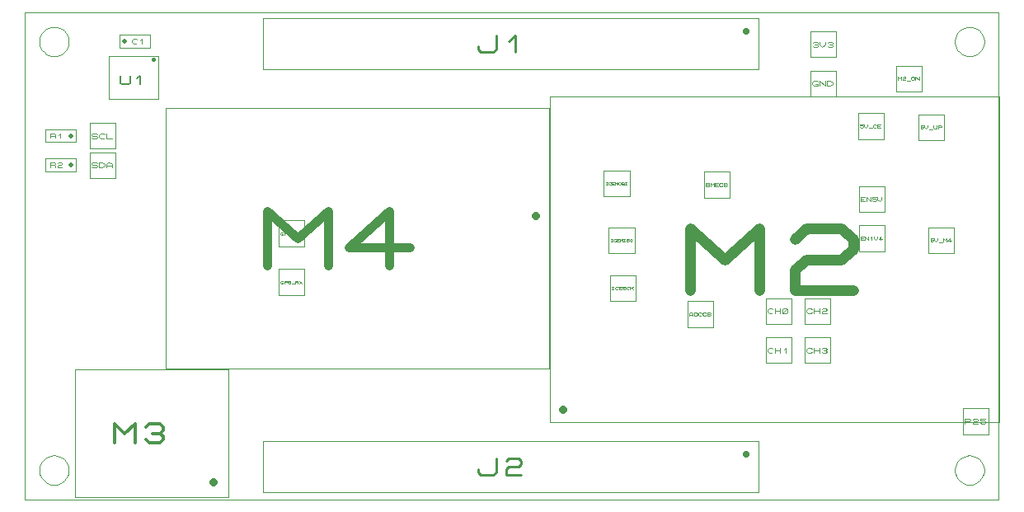
<source format=gbr>
G04 PROTEUS GERBER X2 FILE*
%TF.GenerationSoftware,Labcenter,Proteus,8.16-SP3-Build36097*%
%TF.CreationDate,2025-11-07T09:34:26+00:00*%
%TF.FileFunction,AssemblyDrawing,Top*%
%TF.FilePolarity,Positive*%
%TF.Part,Single*%
%TF.SameCoordinates,{86f2edb6-a998-41b4-a695-59585592bfa3}*%
%FSLAX45Y45*%
%MOMM*%
G01*
%TA.AperFunction,Profile*%
%ADD20C,0.101600*%
%TA.AperFunction,Material*%
%ADD72C,0.101600*%
%ADD62C,0.812800*%
%ADD63C,0.930620*%
%ADD64C,0.508000*%
%ADD65C,0.076200*%
%ADD66C,0.440000*%
%ADD67C,0.150100*%
%ADD68C,0.084660*%
%ADD69C,0.050800*%
%ADD73C,0.063500*%
%ADD74C,0.036280*%
%ADD75C,0.042330*%
%ADD76C,0.317200*%
%ADD77C,0.711200*%
%ADD78C,0.284480*%
%ADD79C,1.063690*%
%TD.AperFunction*%
D20*
X-5528000Y-2391260D02*
X+4472000Y-2391260D01*
X+4472000Y+2608740D01*
X-5528000Y+2608740D01*
X-5528000Y-2391260D01*
X+4322000Y+2308740D02*
X+4321498Y+2320998D01*
X+4317422Y+2345515D01*
X+4308906Y+2370032D01*
X+4295032Y+2394549D01*
X+4273806Y+2418901D01*
X+4249289Y+2437295D01*
X+4224772Y+2449151D01*
X+4200255Y+2456055D01*
X+4175738Y+2458693D01*
X+4172000Y+2458740D01*
X+4022000Y+2308740D02*
X+4022502Y+2320998D01*
X+4026578Y+2345515D01*
X+4035094Y+2370032D01*
X+4048968Y+2394549D01*
X+4070194Y+2418901D01*
X+4094711Y+2437295D01*
X+4119228Y+2449151D01*
X+4143745Y+2456055D01*
X+4168262Y+2458693D01*
X+4172000Y+2458740D01*
X+4022000Y+2308740D02*
X+4022502Y+2296482D01*
X+4026578Y+2271965D01*
X+4035094Y+2247448D01*
X+4048968Y+2222931D01*
X+4070194Y+2198579D01*
X+4094711Y+2180185D01*
X+4119228Y+2168329D01*
X+4143745Y+2161425D01*
X+4168262Y+2158787D01*
X+4172000Y+2158740D01*
X+4322000Y+2308740D02*
X+4321498Y+2296482D01*
X+4317422Y+2271965D01*
X+4308906Y+2247448D01*
X+4295032Y+2222931D01*
X+4273806Y+2198579D01*
X+4249289Y+2180185D01*
X+4224772Y+2168329D01*
X+4200255Y+2161425D01*
X+4175738Y+2158787D01*
X+4172000Y+2158740D01*
X+4322000Y-2091260D02*
X+4321498Y-2079002D01*
X+4317422Y-2054485D01*
X+4308906Y-2029968D01*
X+4295032Y-2005451D01*
X+4273806Y-1981099D01*
X+4249289Y-1962705D01*
X+4224772Y-1950849D01*
X+4200255Y-1943945D01*
X+4175738Y-1941307D01*
X+4172000Y-1941260D01*
X+4022000Y-2091260D02*
X+4022502Y-2079002D01*
X+4026578Y-2054485D01*
X+4035094Y-2029968D01*
X+4048968Y-2005451D01*
X+4070194Y-1981099D01*
X+4094711Y-1962705D01*
X+4119228Y-1950849D01*
X+4143745Y-1943945D01*
X+4168262Y-1941307D01*
X+4172000Y-1941260D01*
X+4022000Y-2091260D02*
X+4022502Y-2103518D01*
X+4026578Y-2128035D01*
X+4035094Y-2152552D01*
X+4048968Y-2177069D01*
X+4070194Y-2201421D01*
X+4094711Y-2219815D01*
X+4119228Y-2231671D01*
X+4143745Y-2238575D01*
X+4168262Y-2241213D01*
X+4172000Y-2241260D01*
X+4322000Y-2091260D02*
X+4321498Y-2103518D01*
X+4317422Y-2128035D01*
X+4308906Y-2152552D01*
X+4295032Y-2177069D01*
X+4273806Y-2201421D01*
X+4249289Y-2219815D01*
X+4224772Y-2231671D01*
X+4200255Y-2238575D01*
X+4175738Y-2241213D01*
X+4172000Y-2241260D01*
X-5078000Y-2091260D02*
X-5078502Y-2079002D01*
X-5082578Y-2054485D01*
X-5091094Y-2029968D01*
X-5104968Y-2005451D01*
X-5126194Y-1981099D01*
X-5150711Y-1962705D01*
X-5175228Y-1950849D01*
X-5199745Y-1943945D01*
X-5224262Y-1941307D01*
X-5228000Y-1941260D01*
X-5378000Y-2091260D02*
X-5377498Y-2079002D01*
X-5373422Y-2054485D01*
X-5364906Y-2029968D01*
X-5351032Y-2005451D01*
X-5329806Y-1981099D01*
X-5305289Y-1962705D01*
X-5280772Y-1950849D01*
X-5256255Y-1943945D01*
X-5231738Y-1941307D01*
X-5228000Y-1941260D01*
X-5378000Y-2091260D02*
X-5377498Y-2103518D01*
X-5373422Y-2128035D01*
X-5364906Y-2152552D01*
X-5351032Y-2177069D01*
X-5329806Y-2201421D01*
X-5305289Y-2219815D01*
X-5280772Y-2231671D01*
X-5256255Y-2238575D01*
X-5231738Y-2241213D01*
X-5228000Y-2241260D01*
X-5078000Y-2091260D02*
X-5078502Y-2103518D01*
X-5082578Y-2128035D01*
X-5091094Y-2152552D01*
X-5104968Y-2177069D01*
X-5126194Y-2201421D01*
X-5150711Y-2219815D01*
X-5175228Y-2231671D01*
X-5199745Y-2238575D01*
X-5224262Y-2241213D01*
X-5228000Y-2241260D01*
X-5078000Y+2308740D02*
X-5078502Y+2320998D01*
X-5082578Y+2345515D01*
X-5091094Y+2370032D01*
X-5104968Y+2394549D01*
X-5126194Y+2418901D01*
X-5150711Y+2437295D01*
X-5175228Y+2449151D01*
X-5199745Y+2456055D01*
X-5224262Y+2458693D01*
X-5228000Y+2458740D01*
X-5378000Y+2308740D02*
X-5377498Y+2320998D01*
X-5373422Y+2345515D01*
X-5364906Y+2370032D01*
X-5351032Y+2394549D01*
X-5329806Y+2418901D01*
X-5305289Y+2437295D01*
X-5280772Y+2449151D01*
X-5256255Y+2456055D01*
X-5231738Y+2458693D01*
X-5228000Y+2458740D01*
X-5378000Y+2308740D02*
X-5377498Y+2296482D01*
X-5373422Y+2271965D01*
X-5364906Y+2247448D01*
X-5351032Y+2222931D01*
X-5329806Y+2198579D01*
X-5305289Y+2180185D01*
X-5280772Y+2168329D01*
X-5256255Y+2161425D01*
X-5231738Y+2158787D01*
X-5228000Y+2158740D01*
X-5078000Y+2308740D02*
X-5078502Y+2296482D01*
X-5082578Y+2271965D01*
X-5091094Y+2247448D01*
X-5104968Y+2222931D01*
X-5126194Y+2198579D01*
X-5150711Y+2180185D01*
X-5175228Y+2168329D01*
X-5199745Y+2161425D01*
X-5224262Y+2158787D01*
X-5228000Y+2158740D01*
D72*
X-4085080Y-1045080D02*
X-147920Y-1045080D01*
X-147920Y+1625080D01*
X-4085080Y+1625080D01*
X-4085080Y-1045080D01*
D62*
X-280000Y+520000D02*
X-280000Y+520000D01*
D63*
X-3040423Y+10812D02*
X-3040423Y+569187D01*
X-2726337Y+290000D01*
X-2412251Y+569187D01*
X-2412251Y+10812D01*
X-1574688Y+196937D02*
X-2202860Y+196937D01*
X-1784079Y+569187D01*
X-1784079Y+10812D01*
D72*
X-5320800Y+1276500D02*
X-5005840Y+1276500D01*
X-5005840Y+1408580D01*
X-5320800Y+1408580D01*
X-5320800Y+1276500D01*
D64*
X-5056640Y+1340000D02*
X-5056640Y+1340000D01*
D65*
X-5270000Y+1319680D02*
X-5270000Y+1365400D01*
X-5227138Y+1365400D01*
X-5218565Y+1357780D01*
X-5218565Y+1350160D01*
X-5227138Y+1342540D01*
X-5270000Y+1342540D01*
X-5227138Y+1342540D02*
X-5218565Y+1334920D01*
X-5218565Y+1319680D01*
X-5184275Y+1350160D02*
X-5167130Y+1365400D01*
X-5167130Y+1319680D01*
D72*
X-5320800Y+976500D02*
X-5005840Y+976500D01*
X-5005840Y+1108580D01*
X-5320800Y+1108580D01*
X-5320800Y+976500D01*
D64*
X-5056640Y+1040000D02*
X-5056640Y+1040000D01*
D65*
X-5270000Y+1019680D02*
X-5270000Y+1065400D01*
X-5227138Y+1065400D01*
X-5218565Y+1057780D01*
X-5218565Y+1050160D01*
X-5227138Y+1042540D01*
X-5270000Y+1042540D01*
X-5227138Y+1042540D02*
X-5218565Y+1034920D01*
X-5218565Y+1019680D01*
X-5192848Y+1057780D02*
X-5184275Y+1065400D01*
X-5158558Y+1065400D01*
X-5149985Y+1057780D01*
X-5149985Y+1050160D01*
X-5158558Y+1042540D01*
X-5184275Y+1042540D01*
X-5192848Y+1034920D01*
X-5192848Y+1019680D01*
X-5149985Y+1019680D01*
D72*
X-4559160Y+2246420D02*
X-4244200Y+2246420D01*
X-4244200Y+2378500D01*
X-4559160Y+2378500D01*
X-4559160Y+2246420D01*
D64*
X-4508360Y+2315000D02*
X-4508360Y+2315000D01*
D65*
X-4380725Y+2297220D02*
X-4389298Y+2289600D01*
X-4415015Y+2289600D01*
X-4432160Y+2304840D01*
X-4432160Y+2320080D01*
X-4415015Y+2335320D01*
X-4389298Y+2335320D01*
X-4380725Y+2327700D01*
X-4346435Y+2320080D02*
X-4329290Y+2335320D01*
X-4329290Y+2289600D01*
D72*
X-4665000Y+1720000D02*
X-4155000Y+1720000D01*
X-4155000Y+2160000D01*
X-4665000Y+2160000D01*
X-4665000Y+1720000D01*
D66*
X-4210000Y+2130000D02*
X-4210000Y+2130000D01*
D67*
X-4545090Y+1959030D02*
X-4545090Y+1883980D01*
X-4528204Y+1868970D01*
X-4460659Y+1868970D01*
X-4443773Y+1883980D01*
X-4443773Y+1959030D01*
X-4376228Y+1929010D02*
X-4342455Y+1959030D01*
X-4342455Y+1868970D01*
D72*
X+2537920Y+2147920D02*
X+2802080Y+2147920D01*
X+2802080Y+2412080D01*
X+2537920Y+2412080D01*
X+2537920Y+2147920D01*
D68*
X+2565226Y+2296933D02*
X+2574751Y+2305399D01*
X+2603326Y+2305399D01*
X+2612851Y+2296933D01*
X+2612851Y+2288466D01*
X+2603326Y+2280000D01*
X+2612851Y+2271533D01*
X+2612851Y+2263066D01*
X+2603326Y+2254600D01*
X+2574751Y+2254600D01*
X+2565226Y+2263066D01*
X+2584276Y+2280000D02*
X+2603326Y+2280000D01*
X+2631901Y+2305399D02*
X+2631901Y+2280000D01*
X+2660475Y+2254600D01*
X+2689050Y+2280000D01*
X+2689050Y+2305399D01*
X+2717624Y+2296933D02*
X+2727149Y+2305399D01*
X+2755724Y+2305399D01*
X+2765249Y+2296933D01*
X+2765249Y+2288466D01*
X+2755724Y+2280000D01*
X+2765249Y+2271533D01*
X+2765249Y+2263066D01*
X+2755724Y+2254600D01*
X+2727149Y+2254600D01*
X+2717624Y+2263066D01*
X+2736674Y+2280000D02*
X+2755724Y+2280000D01*
D72*
X+2537920Y+1747920D02*
X+2802080Y+1747920D01*
X+2802080Y+2012080D01*
X+2537920Y+2012080D01*
X+2537920Y+1747920D01*
D68*
X+2593801Y+1871533D02*
X+2612851Y+1871533D01*
X+2612851Y+1854600D01*
X+2574751Y+1854600D01*
X+2555702Y+1871533D01*
X+2555702Y+1888466D01*
X+2574751Y+1905399D01*
X+2603326Y+1905399D01*
X+2612851Y+1896933D01*
X+2631901Y+1854600D02*
X+2631901Y+1905399D01*
X+2689050Y+1854600D01*
X+2689050Y+1905399D01*
X+2708100Y+1854600D02*
X+2708100Y+1905399D01*
X+2746199Y+1905399D01*
X+2765249Y+1888466D01*
X+2765249Y+1871533D01*
X+2746199Y+1854600D01*
X+2708100Y+1854600D01*
D72*
X+3417920Y+1797920D02*
X+3682080Y+1797920D01*
X+3682080Y+2062080D01*
X+3417920Y+2062080D01*
X+3417920Y+1797920D01*
D69*
X+3435700Y+1914760D02*
X+3435700Y+1945240D01*
X+3452845Y+1930000D01*
X+3469990Y+1945240D01*
X+3469990Y+1914760D01*
X+3487135Y+1940160D02*
X+3492850Y+1945240D01*
X+3509995Y+1945240D01*
X+3515710Y+1940160D01*
X+3515710Y+1935080D01*
X+3509995Y+1930000D01*
X+3492850Y+1930000D01*
X+3487135Y+1924920D01*
X+3487135Y+1914760D01*
X+3515710Y+1914760D01*
X+3527140Y+1909680D02*
X+3561430Y+1909680D01*
X+3572860Y+1935080D02*
X+3584290Y+1945240D01*
X+3595720Y+1945240D01*
X+3607150Y+1935080D01*
X+3607150Y+1924920D01*
X+3595720Y+1914760D01*
X+3584290Y+1914760D01*
X+3572860Y+1924920D01*
X+3572860Y+1935080D01*
X+3618580Y+1914760D02*
X+3618580Y+1945240D01*
X+3652870Y+1914760D01*
X+3652870Y+1945240D01*
D72*
X+3027920Y+1307920D02*
X+3292080Y+1307920D01*
X+3292080Y+1572080D01*
X+3027920Y+1572080D01*
X+3027920Y+1307920D01*
D69*
X+3079990Y+1455240D02*
X+3051415Y+1455240D01*
X+3051415Y+1445080D01*
X+3074275Y+1445080D01*
X+3079990Y+1440000D01*
X+3079990Y+1429840D01*
X+3074275Y+1424760D01*
X+3057130Y+1424760D01*
X+3051415Y+1429840D01*
X+3091420Y+1455240D02*
X+3091420Y+1440000D01*
X+3108565Y+1424760D01*
X+3125710Y+1440000D01*
X+3125710Y+1455240D01*
X+3137140Y+1419680D02*
X+3171430Y+1419680D01*
X+3217150Y+1429840D02*
X+3211435Y+1424760D01*
X+3194290Y+1424760D01*
X+3182860Y+1434920D01*
X+3182860Y+1445080D01*
X+3194290Y+1455240D01*
X+3211435Y+1455240D01*
X+3217150Y+1450160D01*
X+3262870Y+1424760D02*
X+3228580Y+1424760D01*
X+3228580Y+1455240D01*
X+3262870Y+1455240D01*
X+3228580Y+1440000D02*
X+3251440Y+1440000D01*
D72*
X+3647920Y+1297920D02*
X+3912080Y+1297920D01*
X+3912080Y+1562080D01*
X+3647920Y+1562080D01*
X+3647920Y+1297920D01*
D69*
X+3699990Y+1445240D02*
X+3671415Y+1445240D01*
X+3671415Y+1435080D01*
X+3694275Y+1435080D01*
X+3699990Y+1430000D01*
X+3699990Y+1419840D01*
X+3694275Y+1414760D01*
X+3677130Y+1414760D01*
X+3671415Y+1419840D01*
X+3711420Y+1445240D02*
X+3711420Y+1430000D01*
X+3728565Y+1414760D01*
X+3745710Y+1430000D01*
X+3745710Y+1445240D01*
X+3757140Y+1409680D02*
X+3791430Y+1409680D01*
X+3802860Y+1445240D02*
X+3802860Y+1419840D01*
X+3808575Y+1414760D01*
X+3831435Y+1414760D01*
X+3837150Y+1419840D01*
X+3837150Y+1445240D01*
X+3848580Y+1414760D02*
X+3848580Y+1445240D01*
X+3877155Y+1445240D01*
X+3882870Y+1440160D01*
X+3882870Y+1435080D01*
X+3877155Y+1430000D01*
X+3848580Y+1430000D01*
D72*
X+3037920Y+557920D02*
X+3302080Y+557920D01*
X+3302080Y+822080D01*
X+3037920Y+822080D01*
X+3037920Y+557920D01*
D73*
X+3098562Y+670950D02*
X+3055700Y+670950D01*
X+3055700Y+709050D01*
X+3098562Y+709050D01*
X+3055700Y+690000D02*
X+3084275Y+690000D01*
X+3112850Y+670950D02*
X+3112850Y+709050D01*
X+3155712Y+670950D01*
X+3155712Y+709050D01*
X+3212862Y+709050D02*
X+3177143Y+709050D01*
X+3177143Y+696350D01*
X+3205718Y+696350D01*
X+3212862Y+690000D01*
X+3212862Y+677300D01*
X+3205718Y+670950D01*
X+3184287Y+670950D01*
X+3177143Y+677300D01*
X+3227150Y+709050D02*
X+3227150Y+690000D01*
X+3248581Y+670950D01*
X+3270012Y+690000D01*
X+3270012Y+709050D01*
D72*
X+3037920Y+157920D02*
X+3302080Y+157920D01*
X+3302080Y+422080D01*
X+3037920Y+422080D01*
X+3037920Y+157920D01*
D69*
X+3089990Y+274760D02*
X+3055700Y+274760D01*
X+3055700Y+305240D01*
X+3089990Y+305240D01*
X+3055700Y+290000D02*
X+3078560Y+290000D01*
X+3101420Y+274760D02*
X+3101420Y+305240D01*
X+3135710Y+274760D01*
X+3135710Y+305240D01*
X+3158570Y+295080D02*
X+3170000Y+305240D01*
X+3170000Y+274760D01*
X+3192860Y+305240D02*
X+3192860Y+290000D01*
X+3210005Y+274760D01*
X+3227150Y+290000D01*
X+3227150Y+305240D01*
X+3272870Y+284920D02*
X+3238580Y+284920D01*
X+3261440Y+305240D01*
X+3261440Y+274760D01*
D72*
X+3747920Y+137920D02*
X+4012080Y+137920D01*
X+4012080Y+402080D01*
X+3747920Y+402080D01*
X+3747920Y+137920D01*
D69*
X+3799990Y+285240D02*
X+3771415Y+285240D01*
X+3771415Y+275080D01*
X+3794275Y+275080D01*
X+3799990Y+270000D01*
X+3799990Y+259840D01*
X+3794275Y+254760D01*
X+3777130Y+254760D01*
X+3771415Y+259840D01*
X+3811420Y+285240D02*
X+3811420Y+270000D01*
X+3828565Y+254760D01*
X+3845710Y+270000D01*
X+3845710Y+285240D01*
X+3857140Y+249680D02*
X+3891430Y+249680D01*
X+3902860Y+254760D02*
X+3902860Y+285240D01*
X+3920005Y+270000D01*
X+3937150Y+285240D01*
X+3937150Y+254760D01*
X+3982870Y+264920D02*
X+3948580Y+264920D01*
X+3971440Y+285240D01*
X+3971440Y+254760D01*
D72*
X+417920Y+717920D02*
X+682080Y+717920D01*
X+682080Y+982080D01*
X+417920Y+982080D01*
X+417920Y+717920D01*
D74*
X+439786Y+860886D02*
X+456114Y+860886D01*
X+447950Y+860886D02*
X+447950Y+839115D01*
X+439786Y+839115D02*
X+456114Y+839115D01*
X+492852Y+842743D02*
X+488770Y+839115D01*
X+476524Y+839115D01*
X+468360Y+846372D01*
X+468360Y+853629D01*
X+476524Y+860886D01*
X+488770Y+860886D01*
X+492852Y+857257D01*
X+525508Y+839115D02*
X+501016Y+839115D01*
X+501016Y+860886D01*
X+525508Y+860886D01*
X+501016Y+850000D02*
X+517344Y+850000D01*
X+533672Y+839115D02*
X+533672Y+860886D01*
X+545918Y+850000D01*
X+558164Y+860886D01*
X+558164Y+839115D01*
X+566328Y+853629D02*
X+574492Y+860886D01*
X+582656Y+860886D01*
X+590820Y+853629D01*
X+590820Y+846372D01*
X+582656Y+839115D01*
X+574492Y+839115D01*
X+566328Y+846372D01*
X+566328Y+853629D01*
X+598984Y+842743D02*
X+603066Y+839115D01*
X+619394Y+839115D01*
X+623476Y+842743D01*
X+623476Y+846372D01*
X+619394Y+850000D01*
X+603066Y+850000D01*
X+598984Y+853629D01*
X+598984Y+857257D01*
X+603066Y+860886D01*
X+619394Y+860886D01*
X+623476Y+857257D01*
X+635722Y+860886D02*
X+652050Y+860886D01*
X+643886Y+860886D02*
X+643886Y+839115D01*
X+635722Y+839115D02*
X+652050Y+839115D01*
D72*
X+1447920Y+707920D02*
X+1712080Y+707920D01*
X+1712080Y+972080D01*
X+1447920Y+972080D01*
X+1447920Y+707920D01*
D69*
X+1465700Y+824760D02*
X+1465700Y+855240D01*
X+1494275Y+855240D01*
X+1499990Y+850160D01*
X+1499990Y+845080D01*
X+1494275Y+840000D01*
X+1499990Y+834920D01*
X+1499990Y+829840D01*
X+1494275Y+824760D01*
X+1465700Y+824760D01*
X+1465700Y+840000D02*
X+1494275Y+840000D01*
X+1511420Y+824760D02*
X+1511420Y+855240D01*
X+1528565Y+840000D01*
X+1545710Y+855240D01*
X+1545710Y+824760D01*
X+1591430Y+824760D02*
X+1557140Y+824760D01*
X+1557140Y+855240D01*
X+1591430Y+855240D01*
X+1557140Y+840000D02*
X+1580000Y+840000D01*
X+1637150Y+829840D02*
X+1631435Y+824760D01*
X+1614290Y+824760D01*
X+1602860Y+834920D01*
X+1602860Y+845080D01*
X+1614290Y+855240D01*
X+1631435Y+855240D01*
X+1637150Y+850160D01*
X+1648580Y+829840D02*
X+1654295Y+824760D01*
X+1677155Y+824760D01*
X+1682870Y+829840D01*
X+1682870Y+834920D01*
X+1677155Y+840000D01*
X+1654295Y+840000D01*
X+1648580Y+845080D01*
X+1648580Y+850160D01*
X+1654295Y+855240D01*
X+1677155Y+855240D01*
X+1682870Y+850160D01*
D72*
X+467920Y+137920D02*
X+732080Y+137920D01*
X+732080Y+402080D01*
X+467920Y+402080D01*
X+467920Y+137920D01*
D74*
X+489786Y+280886D02*
X+506114Y+280886D01*
X+497950Y+280886D02*
X+497950Y+259115D01*
X+489786Y+259115D02*
X+506114Y+259115D01*
X+542852Y+262743D02*
X+538770Y+259115D01*
X+526524Y+259115D01*
X+518360Y+266372D01*
X+518360Y+273629D01*
X+526524Y+280886D01*
X+538770Y+280886D01*
X+542852Y+277257D01*
X+575508Y+259115D02*
X+551016Y+259115D01*
X+551016Y+280886D01*
X+575508Y+280886D01*
X+551016Y+270000D02*
X+567344Y+270000D01*
X+583672Y+259115D02*
X+583672Y+280886D01*
X+595918Y+270000D01*
X+608164Y+280886D01*
X+608164Y+259115D01*
X+620410Y+280886D02*
X+636738Y+280886D01*
X+628574Y+280886D02*
X+628574Y+259115D01*
X+620410Y+259115D02*
X+636738Y+259115D01*
X+648984Y+262743D02*
X+653066Y+259115D01*
X+669394Y+259115D01*
X+673476Y+262743D01*
X+673476Y+266372D01*
X+669394Y+270000D01*
X+653066Y+270000D01*
X+648984Y+273629D01*
X+648984Y+277257D01*
X+653066Y+280886D01*
X+669394Y+280886D01*
X+673476Y+277257D01*
X+681640Y+273629D02*
X+689804Y+280886D01*
X+697968Y+280886D01*
X+706132Y+273629D01*
X+706132Y+266372D01*
X+697968Y+259115D01*
X+689804Y+259115D01*
X+681640Y+266372D01*
X+681640Y+273629D01*
D72*
X+477920Y-352080D02*
X+742080Y-352080D01*
X+742080Y-87920D01*
X+477920Y-87920D01*
X+477920Y-352080D01*
D75*
X+500465Y-207300D02*
X+519514Y-207300D01*
X+509990Y-207300D02*
X+509990Y-232700D01*
X+500465Y-232700D02*
X+519514Y-232700D01*
X+562376Y-228467D02*
X+557613Y-232700D01*
X+543326Y-232700D01*
X+533802Y-224233D01*
X+533802Y-215767D01*
X+543326Y-207300D01*
X+557613Y-207300D01*
X+562376Y-211533D01*
X+600475Y-232700D02*
X+571901Y-232700D01*
X+571901Y-207300D01*
X+600475Y-207300D01*
X+571901Y-220000D02*
X+590950Y-220000D01*
X+610000Y-228467D02*
X+614762Y-232700D01*
X+633811Y-232700D01*
X+638574Y-228467D01*
X+638574Y-224233D01*
X+633811Y-220000D01*
X+614762Y-220000D01*
X+610000Y-215767D01*
X+610000Y-211533D01*
X+614762Y-207300D01*
X+633811Y-207300D01*
X+638574Y-211533D01*
X+676673Y-228467D02*
X+671910Y-232700D01*
X+657623Y-232700D01*
X+648099Y-224233D01*
X+648099Y-215767D01*
X+657623Y-207300D01*
X+671910Y-207300D01*
X+676673Y-211533D01*
X+686198Y-207300D02*
X+686198Y-232700D01*
X+714772Y-207300D02*
X+700485Y-220000D01*
X+714772Y-232700D01*
X+686198Y-220000D02*
X+700485Y-220000D01*
D72*
X+1277920Y-622080D02*
X+1542080Y-622080D01*
X+1542080Y-357920D01*
X+1277920Y-357920D01*
X+1277920Y-622080D01*
D69*
X+1295700Y-505240D02*
X+1295700Y-484920D01*
X+1307130Y-474760D01*
X+1318560Y-474760D01*
X+1329990Y-484920D01*
X+1329990Y-505240D01*
X+1295700Y-495080D02*
X+1329990Y-495080D01*
X+1341420Y-505240D02*
X+1341420Y-474760D01*
X+1364280Y-474760D01*
X+1375710Y-484920D01*
X+1375710Y-495080D01*
X+1364280Y-505240D01*
X+1341420Y-505240D01*
X+1421430Y-500160D02*
X+1415715Y-505240D01*
X+1398570Y-505240D01*
X+1387140Y-495080D01*
X+1387140Y-484920D01*
X+1398570Y-474760D01*
X+1415715Y-474760D01*
X+1421430Y-479840D01*
X+1467150Y-500160D02*
X+1461435Y-505240D01*
X+1444290Y-505240D01*
X+1432860Y-495080D01*
X+1432860Y-484920D01*
X+1444290Y-474760D01*
X+1461435Y-474760D01*
X+1467150Y-479840D01*
X+1478580Y-500160D02*
X+1484295Y-505240D01*
X+1507155Y-505240D01*
X+1512870Y-500160D01*
X+1512870Y-495080D01*
X+1507155Y-490000D01*
X+1484295Y-490000D01*
X+1478580Y-484920D01*
X+1478580Y-479840D01*
X+1484295Y-474760D01*
X+1507155Y-474760D01*
X+1512870Y-479840D01*
D72*
X+2077920Y-592080D02*
X+2342080Y-592080D01*
X+2342080Y-327920D01*
X+2077920Y-327920D01*
X+2077920Y-592080D01*
D68*
X+2152851Y-476934D02*
X+2143326Y-485400D01*
X+2114751Y-485400D01*
X+2095702Y-468467D01*
X+2095702Y-451534D01*
X+2114751Y-434601D01*
X+2143326Y-434601D01*
X+2152851Y-443067D01*
X+2171901Y-485400D02*
X+2171901Y-434601D01*
X+2229050Y-434601D02*
X+2229050Y-485400D01*
X+2171901Y-460000D02*
X+2229050Y-460000D01*
X+2248100Y-476934D02*
X+2248100Y-443067D01*
X+2257624Y-434601D01*
X+2295724Y-434601D01*
X+2305249Y-443067D01*
X+2305249Y-476934D01*
X+2295724Y-485400D01*
X+2257624Y-485400D01*
X+2248100Y-476934D01*
X+2248100Y-485400D02*
X+2305249Y-434601D01*
D72*
X+2477920Y-592080D02*
X+2742080Y-592080D01*
X+2742080Y-327920D01*
X+2477920Y-327920D01*
X+2477920Y-592080D01*
D68*
X+2552851Y-476934D02*
X+2543326Y-485400D01*
X+2514751Y-485400D01*
X+2495702Y-468467D01*
X+2495702Y-451534D01*
X+2514751Y-434601D01*
X+2543326Y-434601D01*
X+2552851Y-443067D01*
X+2571901Y-485400D02*
X+2571901Y-434601D01*
X+2629050Y-434601D02*
X+2629050Y-485400D01*
X+2571901Y-460000D02*
X+2629050Y-460000D01*
X+2657624Y-443067D02*
X+2667149Y-434601D01*
X+2695724Y-434601D01*
X+2705249Y-443067D01*
X+2705249Y-451534D01*
X+2695724Y-460000D01*
X+2667149Y-460000D01*
X+2657624Y-468467D01*
X+2657624Y-485400D01*
X+2705249Y-485400D01*
D72*
X+2077920Y-992080D02*
X+2342080Y-992080D01*
X+2342080Y-727920D01*
X+2077920Y-727920D01*
X+2077920Y-992080D01*
D68*
X+2152851Y-876934D02*
X+2143326Y-885400D01*
X+2114751Y-885400D01*
X+2095702Y-868467D01*
X+2095702Y-851534D01*
X+2114751Y-834601D01*
X+2143326Y-834601D01*
X+2152851Y-843067D01*
X+2171901Y-885400D02*
X+2171901Y-834601D01*
X+2229050Y-834601D02*
X+2229050Y-885400D01*
X+2171901Y-860000D02*
X+2229050Y-860000D01*
X+2267149Y-851534D02*
X+2286199Y-834601D01*
X+2286199Y-885400D01*
D72*
X+2477920Y-992080D02*
X+2742080Y-992080D01*
X+2742080Y-727920D01*
X+2477920Y-727920D01*
X+2477920Y-992080D01*
D68*
X+2552851Y-876934D02*
X+2543326Y-885400D01*
X+2514751Y-885400D01*
X+2495702Y-868467D01*
X+2495702Y-851534D01*
X+2514751Y-834601D01*
X+2543326Y-834601D01*
X+2552851Y-843067D01*
X+2571901Y-885400D02*
X+2571901Y-834601D01*
X+2629050Y-834601D02*
X+2629050Y-885400D01*
X+2571901Y-860000D02*
X+2629050Y-860000D01*
X+2657624Y-843067D02*
X+2667149Y-834601D01*
X+2695724Y-834601D01*
X+2705249Y-843067D01*
X+2705249Y-851534D01*
X+2695724Y-860000D01*
X+2705249Y-868467D01*
X+2705249Y-876934D01*
X+2695724Y-885400D01*
X+2667149Y-885400D01*
X+2657624Y-876934D01*
X+2676674Y-860000D02*
X+2695724Y-860000D01*
D72*
X-4862080Y+1207920D02*
X-4597920Y+1207920D01*
X-4597920Y+1472080D01*
X-4862080Y+1472080D01*
X-4862080Y+1207920D01*
D68*
X-4844298Y+1323066D02*
X-4834774Y+1314600D01*
X-4796674Y+1314600D01*
X-4787149Y+1323066D01*
X-4787149Y+1331533D01*
X-4796674Y+1340000D01*
X-4834774Y+1340000D01*
X-4844298Y+1348466D01*
X-4844298Y+1356933D01*
X-4834774Y+1365399D01*
X-4796674Y+1365399D01*
X-4787149Y+1356933D01*
X-4710950Y+1323066D02*
X-4720475Y+1314600D01*
X-4749050Y+1314600D01*
X-4768099Y+1331533D01*
X-4768099Y+1348466D01*
X-4749050Y+1365399D01*
X-4720475Y+1365399D01*
X-4710950Y+1356933D01*
X-4691900Y+1365399D02*
X-4691900Y+1314600D01*
X-4634751Y+1314600D01*
D72*
X-4862080Y+907920D02*
X-4597920Y+907920D01*
X-4597920Y+1172080D01*
X-4862080Y+1172080D01*
X-4862080Y+907920D01*
D68*
X-4844298Y+1023066D02*
X-4834774Y+1014600D01*
X-4796674Y+1014600D01*
X-4787149Y+1023066D01*
X-4787149Y+1031533D01*
X-4796674Y+1040000D01*
X-4834774Y+1040000D01*
X-4844298Y+1048466D01*
X-4844298Y+1056933D01*
X-4834774Y+1065399D01*
X-4796674Y+1065399D01*
X-4787149Y+1056933D01*
X-4768099Y+1014600D02*
X-4768099Y+1065399D01*
X-4730000Y+1065399D01*
X-4710950Y+1048466D01*
X-4710950Y+1031533D01*
X-4730000Y+1014600D01*
X-4768099Y+1014600D01*
X-4691900Y+1014600D02*
X-4691900Y+1048466D01*
X-4672851Y+1065399D01*
X-4653801Y+1065399D01*
X-4634751Y+1048466D01*
X-4634751Y+1014600D01*
X-4691900Y+1031533D02*
X-4634751Y+1031533D01*
D72*
X-2922080Y+207920D02*
X-2657920Y+207920D01*
X-2657920Y+472080D01*
X-2922080Y+472080D01*
X-2922080Y+207920D01*
D75*
X-2885248Y+335767D02*
X-2875723Y+335767D01*
X-2875723Y+327300D01*
X-2894773Y+327300D01*
X-2904297Y+335767D01*
X-2904297Y+344233D01*
X-2894773Y+352700D01*
X-2880486Y+352700D01*
X-2875723Y+348467D01*
X-2866198Y+327300D02*
X-2866198Y+352700D01*
X-2842387Y+352700D01*
X-2837624Y+348467D01*
X-2837624Y+344233D01*
X-2842387Y+340000D01*
X-2866198Y+340000D01*
X-2828099Y+331533D02*
X-2823337Y+327300D01*
X-2804288Y+327300D01*
X-2799525Y+331533D01*
X-2799525Y+335767D01*
X-2804288Y+340000D01*
X-2823337Y+340000D01*
X-2828099Y+344233D01*
X-2828099Y+348467D01*
X-2823337Y+352700D01*
X-2804288Y+352700D01*
X-2799525Y+348467D01*
X-2790000Y+323067D02*
X-2761426Y+323067D01*
X-2751901Y+352700D02*
X-2723327Y+352700D01*
X-2737614Y+352700D02*
X-2737614Y+327300D01*
X-2713802Y+352700D02*
X-2685228Y+327300D01*
X-2713802Y+327300D02*
X-2685228Y+352700D01*
D72*
X-2922080Y-292080D02*
X-2657920Y-292080D01*
X-2657920Y-27920D01*
X-2922080Y-27920D01*
X-2922080Y-292080D01*
D75*
X-2885248Y-164233D02*
X-2875723Y-164233D01*
X-2875723Y-172700D01*
X-2894773Y-172700D01*
X-2904297Y-164233D01*
X-2904297Y-155767D01*
X-2894773Y-147300D01*
X-2880486Y-147300D01*
X-2875723Y-151533D01*
X-2866198Y-172700D02*
X-2866198Y-147300D01*
X-2842387Y-147300D01*
X-2837624Y-151533D01*
X-2837624Y-155767D01*
X-2842387Y-160000D01*
X-2866198Y-160000D01*
X-2828099Y-168467D02*
X-2823337Y-172700D01*
X-2804288Y-172700D01*
X-2799525Y-168467D01*
X-2799525Y-164233D01*
X-2804288Y-160000D01*
X-2823337Y-160000D01*
X-2828099Y-155767D01*
X-2828099Y-151533D01*
X-2823337Y-147300D01*
X-2804288Y-147300D01*
X-2799525Y-151533D01*
X-2790000Y-176933D02*
X-2761426Y-176933D01*
X-2751901Y-172700D02*
X-2751901Y-147300D01*
X-2728090Y-147300D01*
X-2723327Y-151533D01*
X-2723327Y-155767D01*
X-2728090Y-160000D01*
X-2751901Y-160000D01*
X-2728090Y-160000D02*
X-2723327Y-164233D01*
X-2723327Y-172700D01*
X-2713802Y-147300D02*
X-2685228Y-172700D01*
X-2713802Y-172700D02*
X-2685228Y-147300D01*
D72*
X-5014800Y-2373420D02*
X-3434640Y-2373420D01*
X-3434640Y-1053260D01*
X-5014800Y-1053260D01*
X-5014800Y-2373420D01*
D62*
X-3590000Y-2220000D02*
X-3590000Y-2220000D01*
D76*
X-4608200Y-1808500D02*
X-4608200Y-1618180D01*
X-4501145Y-1713340D01*
X-4394090Y-1618180D01*
X-4394090Y-1808500D01*
X-4287035Y-1649900D02*
X-4251350Y-1618180D01*
X-4144295Y-1618180D01*
X-4108610Y-1649900D01*
X-4108610Y-1681620D01*
X-4144295Y-1713340D01*
X-4108610Y-1745060D01*
X-4108610Y-1776780D01*
X-4144295Y-1808500D01*
X-4251350Y-1808500D01*
X-4287035Y-1776780D01*
X-4215665Y-1713340D02*
X-4144295Y-1713340D01*
D72*
X+4107920Y-1722080D02*
X+4372080Y-1722080D01*
X+4372080Y-1457920D01*
X+4107920Y-1457920D01*
X+4107920Y-1722080D01*
D68*
X+4125702Y-1615400D02*
X+4125702Y-1564601D01*
X+4173326Y-1564601D01*
X+4182851Y-1573067D01*
X+4182851Y-1581534D01*
X+4173326Y-1590000D01*
X+4125702Y-1590000D01*
X+4211425Y-1573067D02*
X+4220950Y-1564601D01*
X+4249525Y-1564601D01*
X+4259050Y-1573067D01*
X+4259050Y-1581534D01*
X+4249525Y-1590000D01*
X+4220950Y-1590000D01*
X+4211425Y-1598467D01*
X+4211425Y-1615400D01*
X+4259050Y-1615400D01*
X+4335249Y-1564601D02*
X+4287624Y-1564601D01*
X+4287624Y-1581534D01*
X+4325724Y-1581534D01*
X+4335249Y-1590000D01*
X+4335249Y-1606934D01*
X+4325724Y-1615400D01*
X+4297149Y-1615400D01*
X+4287624Y-1606934D01*
D72*
X-3082080Y+2027920D02*
X+2008080Y+2027920D01*
X+2008080Y+2546080D01*
X-3082080Y+2546080D01*
X-3082080Y+2027920D01*
D77*
X+1876000Y+2414000D02*
X+1876000Y+2414000D01*
D78*
X-876852Y+2258552D02*
X-876852Y+2230104D01*
X-844848Y+2201656D01*
X-716832Y+2201656D01*
X-684828Y+2230104D01*
X-684828Y+2372344D01*
X-556812Y+2315448D02*
X-492804Y+2372344D01*
X-492804Y+2201656D01*
D72*
X-3082080Y-2314700D02*
X+2008080Y-2314700D01*
X+2008080Y-1796540D01*
X-3082080Y-1796540D01*
X-3082080Y-2314700D01*
D77*
X+1876000Y-1928620D02*
X+1876000Y-1928620D01*
D78*
X-876852Y-2084068D02*
X-876852Y-2112516D01*
X-844848Y-2140964D01*
X-716832Y-2140964D01*
X-684828Y-2112516D01*
X-684828Y-1970276D01*
X-588816Y-1998724D02*
X-556812Y-1970276D01*
X-460800Y-1970276D01*
X-428796Y-1998724D01*
X-428796Y-2027172D01*
X-460800Y-2055620D01*
X-556812Y-2055620D01*
X-588816Y-2084068D01*
X-588816Y-2140964D01*
X-428796Y-2140964D01*
D72*
X-135080Y-1602080D02*
X+4475080Y-1602080D01*
X+4475080Y+1745080D01*
X-135080Y+1745080D01*
X-135080Y-1602080D01*
D62*
X+0Y-1470000D02*
X+0Y-1470000D01*
D79*
X+1300537Y-247608D02*
X+1300537Y+390608D01*
X+1659533Y+71500D01*
X+2018529Y+390608D01*
X+2018529Y-247608D01*
X+2377525Y+284239D02*
X+2497190Y+390608D01*
X+2856186Y+390608D01*
X+2975852Y+284239D01*
X+2975852Y+177869D01*
X+2856186Y+71500D01*
X+2497190Y+71500D01*
X+2377525Y-34869D01*
X+2377525Y-247608D01*
X+2975852Y-247608D01*
M02*

</source>
